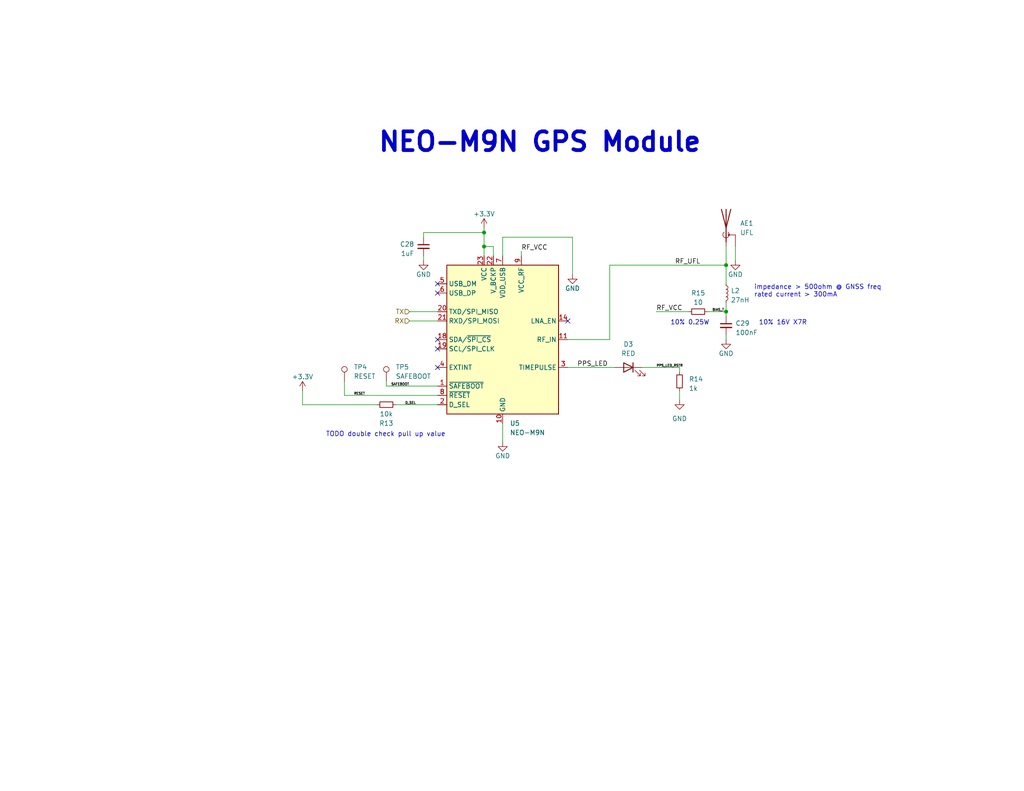
<source format=kicad_sch>
(kicad_sch (version 20230121) (generator eeschema)
  (paper "USLetter")
  (title_block (title "SDM-24 Data Logger") (date "2023-11-10") (rev "v1") (company "Sun Devil Motorsports") (comment 1 "GPS and antenna circuitry"))
  (lib_symbols
    (symbol "Connector:TestPoint" (pin_numbers hide) (pin_names (offset 0.762) hide)
      (property "Reference" "TP" (at 0 6.858 0))
      (property "Value" "TestPoint" (at 0 5.08 0))
      (symbol "TestPoint_0_1"
        (circle (center 0 3.302) (radius 0.762))
      )
      (symbol "TestPoint_1_1"
        (pin passive line (at 0 0 90) (length 2.54) (name "1") (number "1"))
      )
    )
    (symbol "Device:Antenna_Shield" (pin_numbers hide) (pin_names (offset 1.016) hide)
      (property "Reference" "AE" (at -1.905 4.445 0))
      (property "Value" "Antenna_Shield" (at -1.905 2.54 0))
      (symbol "Antenna_Shield_0_1"
        (arc (start -0.508 -1.143) (mid -0.8429 -2.1194) (end 0 -2.667))
        (arc (start 0 -2.667) (mid 0.7989 -2.1052) (end 0.508 -1.143))
        (polyline (pts (xy 0 -2.54) (xy 0 0)))
        (polyline (pts (xy 0 5.08) (xy 0 -3.81)) (stroke (width 0.254)))
        (polyline (pts (xy 0.762 -1.905) (xy 2.54 -1.905)))
        (polyline (pts (xy 2.54 -2.54) (xy 2.54 -1.905)))
        (polyline (pts (xy 1.27 5.08) (xy 0 0) (xy -1.27 5.08)) (stroke (width 0.254)))
        (circle (center 0.762 -1.905) (radius 0.1778) (fill (type outline)))
      )
      (symbol "Antenna_Shield_1_1"
        (pin input line (at 0 -5.08 90) (length 2.54) (name "A") (number "1"))
        (pin input line (at 2.54 -5.08 90) (length 2.54) (name "Shield") (number "2"))
      )
    )
    (symbol "Device:C_Small" (pin_numbers hide) (pin_names (offset 0.254) hide)
      (property "Reference" "C" (at 0.254 1.778 0))
      (property "Value" "C_Small" (at 0.254 -2.032 0))
      (symbol "C_Small_0_1"
        (polyline (pts (xy -1.524 -0.508) (xy 1.524 -0.508)) (stroke (width 0.3302)))
        (polyline (pts (xy -1.524 0.508) (xy 1.524 0.508)) (stroke (width 0.3048)))
      )
      (symbol "C_Small_1_1"
        (pin passive line (at 0 2.54 270) (length 2.032) (name "~") (number "1"))
        (pin passive line (at 0 -2.54 90) (length 2.032) (name "~") (number "2"))
      )
    )
    (symbol "Device:LED" (pin_numbers hide) (pin_names (offset 1.016) hide)
      (property "Reference" "D" (at 0 2.54 0))
      (property "Value" "LED" (at 0 -2.54 0))
      (symbol "LED_0_1"
        (polyline (pts (xy -1.27 -1.27) (xy -1.27 1.27)) (stroke (width 0.254)))
        (polyline (pts (xy -1.27 0) (xy 1.27 0)))
        (polyline (pts (xy 1.27 -1.27) (xy 1.27 1.27) (xy -1.27 0) (xy 1.27 -1.27)) (stroke (width 0.254)))
        (polyline (pts (xy -3.048 -0.762) (xy -4.572 -2.286) (xy -3.81 -2.286) (xy -4.572 -2.286) (xy -4.572 -1.524)))
        (polyline (pts (xy -1.778 -0.762) (xy -3.302 -2.286) (xy -2.54 -2.286) (xy -3.302 -2.286) (xy -3.302 -1.524)))
      )
      (symbol "LED_1_1"
        (pin passive line (at -3.81 0 0) (length 2.54) (name "K") (number "1"))
        (pin passive line (at 3.81 0 180) (length 2.54) (name "A") (number "2"))
      )
    )
    (symbol "Device:L_Small" (pin_numbers hide) (pin_names (offset 0.254) hide)
      (property "Reference" "L" (at 0.762 1.016 0))
      (property "Value" "L_Small" (at 0.762 -1.016 0))
      (symbol "L_Small_0_1"
        (arc (start 0 -2.032) (mid 0.5058 -1.524) (end 0 -1.016))
        (arc (start 0 -1.016) (mid 0.5058 -0.508) (end 0 0))
        (arc (start 0 0) (mid 0.5058 0.508) (end 0 1.016))
        (arc (start 0 1.016) (mid 0.5058 1.524) (end 0 2.032))
      )
      (symbol "L_Small_1_1"
        (pin passive line (at 0 2.54 270) (length 0.508) (name "~") (number "1"))
        (pin passive line (at 0 -2.54 90) (length 0.508) (name "~") (number "2"))
      )
    )
    (symbol "Device:R_Small" (pin_numbers hide) (pin_names (offset 0.254) hide)
      (property "Reference" "R" (at 0.762 0.508 0))
      (property "Value" "R_Small" (at 0.762 -1.016 0))
      (symbol "R_Small_0_1"
        (rectangle (start -0.762 1.778) (end 0.762 -1.778) (stroke (width 0.2032)))
      )
      (symbol "R_Small_1_1"
        (pin passive line (at 0 2.54 270) (length 0.762) (name "~") (number "1"))
        (pin passive line (at 0 -2.54 90) (length 0.762) (name "~") (number "2"))
      )
    )
    (symbol "RF_GPS:NEO-M9N"
      (property "Reference" "U" (at -13.97 21.59 0))
      (property "Value" "NEO-M9N" (at 11.43 21.59 0))
      (symbol "NEO-M9N_0_1"
        (rectangle (start -15.24 20.32) (end 15.24 -20.32) (stroke (width 0.254)) (fill (type background)))
      )
      (symbol "NEO-M9N_1_1"
        (pin input line (at -17.78 -12.7 0) (length 2.54) (name "~{SAFEBOOT}") (number "1"))
        (pin power_in line (at 0 -22.86 90) (length 2.54) (name "GND") (number "10"))
        (pin input line (at 17.78 0 180) (length 2.54) (name "RF_IN") (number "11"))
        (pin passive line (at 0 -22.86 90) (length 2.54) hide (name "GND") (number "12"))
        (pin passive line (at 0 -22.86 90) (length 2.54) hide (name "GND") (number "13"))
        (pin output line (at 17.78 5.08 180) (length 2.54) (name "LNA_EN") (number "14"))
        (pin no_connect line (at 15.24 -10.16 180) (length 2.54) hide (name "RESERVED") (number "15"))
        (pin no_connect line (at 15.24 -12.7 180) (length 2.54) hide (name "RESERVED") (number "16"))
        (pin no_connect line (at 15.24 -15.24 180) (length 2.54) hide (name "RESERVED") (number "17"))
        (pin bidirectional line (at -17.78 0 0) (length 2.54) (name "SDA/~{SPI_CS}") (number "18"))
        (pin input line (at -17.78 -2.54 0) (length 2.54) (name "SCL/SPI_CLK") (number "19"))
        (pin input line (at -17.78 -17.78 0) (length 2.54) (name "D_SEL") (number "2"))
        (pin output line (at -17.78 7.62 0) (length 2.54) (name "TXD/SPI_MISO") (number "20"))
        (pin input line (at -17.78 5.08 0) (length 2.54) (name "RXD/SPI_MOSI") (number "21"))
        (pin power_in line (at -2.54 22.86 270) (length 2.54) (name "V_BCKP") (number "22"))
        (pin power_in line (at -5.08 22.86 270) (length 2.54) (name "VCC") (number "23"))
        (pin passive line (at 0 -22.86 90) (length 2.54) hide (name "GND") (number "24"))
        (pin output line (at 17.78 -7.62 180) (length 2.54) (name "TIMEPULSE") (number "3"))
        (pin input line (at -17.78 -7.62 0) (length 2.54) (name "EXTINT") (number "4"))
        (pin bidirectional line (at -17.78 15.24 0) (length 2.54) (name "USB_DM") (number "5"))
        (pin bidirectional line (at -17.78 12.7 0) (length 2.54) (name "USB_DP") (number "6"))
        (pin power_in line (at 0 22.86 270) (length 2.54) (name "VDD_USB") (number "7"))
        (pin input line (at -17.78 -15.24 0) (length 2.54) (name "~{RESET}") (number "8"))
        (pin power_out line (at 5.08 22.86 270) (length 2.54) (name "VCC_RF") (number "9"))
      )
    )
    (symbol "power:+3.3V" (power) (pin_names (offset 0))
      (property "Value" "+3.3V" (at 0 3.556 0))
      (symbol "+3.3V_0_1"
        (polyline (pts (xy -0.762 1.27) (xy 0 2.54)))
        (polyline (pts (xy 0 0) (xy 0 2.54)))
        (polyline (pts (xy 0 2.54) (xy 0.762 1.27)))
      )
      (symbol "+3.3V_1_1"
        (pin power_in line (at 0 0 90) (length 0) hide (name "+3.3V") (number "1"))
      )
    )
    (symbol "power:GND" (power) (pin_names (offset 0))
      (property "Value" "GND" (at 0 -3.81 0))
      (symbol "GND_0_1"
        (polyline (pts (xy 0 0) (xy 0 -1.27) (xy 1.27 -1.27) (xy 0 -2.54) (xy -1.27 -1.27) (xy 0 -1.27)))
      )
      (symbol "GND_1_1"
        (pin power_in line (at 0 0 270) (length 0) hide (name "GND") (number "1"))
      )
    )
  )
  (junction (at 132.08 67.31))
  (junction (at 198.12 72.39))
  (junction (at 132.08 63.5))
  (junction (at 198.12 85.09))
  (no_connect (at 119.38 80.01))
  (no_connect (at 119.38 100.33))
  (no_connect (at 119.38 92.71))
  (no_connect (at 154.94 87.63))
  (no_connect (at 119.38 95.25))
  (no_connect (at 119.38 77.47))
  (wire (pts (xy 193.04 85.09) (xy 198.12 85.09)))
  (wire (pts (xy 179.07 85.09) (xy 187.96 85.09)))
  (wire (pts (xy 185.42 106.68) (xy 185.42 109.22)))
  (wire (pts (xy 198.12 82.55) (xy 198.12 85.09)))
  (wire (pts (xy 156.21 64.77) (xy 156.21 74.93)))
  (wire (pts (xy 93.98 104.14) (xy 93.98 107.95)))
  (wire (pts (xy 137.16 64.77) (xy 156.21 64.77)))
  (wire (pts (xy 115.57 69.85) (xy 115.57 71.12)))
  (wire (pts (xy 105.41 105.41) (xy 105.41 104.14)))
  (wire (pts (xy 185.42 100.33) (xy 185.42 101.6)))
  (wire (pts (xy 119.38 105.41) (xy 105.41 105.41)))
  (wire (pts (xy 198.12 91.44) (xy 198.12 92.71)))
  (wire (pts (xy 198.12 72.39) (xy 198.12 77.47)))
  (wire (pts (xy 200.66 67.31) (xy 200.66 71.12)))
  (wire (pts (xy 137.16 69.85) (xy 137.16 64.77)))
  (wire (pts (xy 132.08 62.23) (xy 132.08 63.5)))
  (wire (pts (xy 142.24 68.58) (xy 142.24 69.85)))
  (wire (pts (xy 115.57 64.77) (xy 115.57 63.5)))
  (wire (pts (xy 198.12 67.31) (xy 198.12 72.39)))
  (wire (pts (xy 175.26 100.33) (xy 185.42 100.33)))
  (wire (pts (xy 166.37 72.39) (xy 198.12 72.39)))
  (wire (pts (xy 132.08 67.31) (xy 132.08 69.85)))
  (wire (pts (xy 134.62 69.85) (xy 134.62 67.31)))
  (wire (pts (xy 134.62 67.31) (xy 132.08 67.31)))
  (wire (pts (xy 154.94 100.33) (xy 167.64 100.33)))
  (wire (pts (xy 137.16 115.57) (xy 137.16 120.65)))
  (wire (pts (xy 166.37 92.71) (xy 166.37 72.39)))
  (wire (pts (xy 82.55 110.49) (xy 102.87 110.49)))
  (wire (pts (xy 111.76 87.63) (xy 119.38 87.63)))
  (wire (pts (xy 154.94 92.71) (xy 166.37 92.71)))
  (wire (pts (xy 93.98 107.95) (xy 119.38 107.95)))
  (wire (pts (xy 111.76 85.09) (xy 119.38 85.09)))
  (wire (pts (xy 107.95 110.49) (xy 119.38 110.49)))
  (wire (pts (xy 115.57 63.5) (xy 132.08 63.5)))
  (wire (pts (xy 198.12 85.09) (xy 198.12 86.36)))
  (wire (pts (xy 132.08 63.5) (xy 132.08 67.31)))
  (wire (pts (xy 82.55 110.49) (xy 82.55 106.68)))
  (text "NEO-M9N GPS Module" (at 102.87 41.91 0) (effects (font (size 5.12 5.12) bold) (justify left bottom)))
  (text "impedance > 500ohm @ GNSS freq\nrated current > 300mA" (at 205.74 81.28 0) (effects (font (size 1.27 1.27)) (justify left bottom)))
  (text "10% 0.25W" (at 182.88 88.9 0) (effects (font (size 1.27 1.27)) (justify left bottom)))
  (text "10% 16V X7R" (at 207.01 88.9 0) (effects (font (size 1.27 1.27)) (justify left bottom)))
  (text "TODO double check pull up value" (at 88.9 119.38 0) (effects (font (size 1.27 1.27)) (justify left bottom)))
  (label "RF_VCC" (at 142.24 68.58 0))
  (label "PPS_LED_RSTR" (at 179.07 100.33 0) (effects (font (size 0.65 0.65))))
  (label "D_SEL" (at 110.49 110.49 0) (effects (font (size 0.64 0.64))))
  (label "BIAS_T" (at 194.31 85.09 0) (effects (font (size 0.65 0.65))))
  (label "RF_VCC" (at 179.07 85.09 0))
  (label "SAFEBOOT" (at 106.68 105.41 0) (effects (font (size 0.65 0.65))))
  (label "RF_UFL" (at 184.15 72.39 0))
  (label "PPS_LED" (at 157.48 100.33 0))
  (label "RESET" (at 96.52 107.95 0) (effects (font (size 0.65 0.65))))
  (hierarchical_label "TX" (shape input) (at 111.76 85.09 180))
  (hierarchical_label "RX" (shape input) (at 111.76 87.63 180))
  (symbol (lib_id "Connector:TestPoint") (at 93.98 104.14 0) (unit 1)
    (property "Reference" "TP4" (at 96.52 100.203 0) (effects (justify left)))
    (property "Value" "RESET" (at 96.52 102.743 0) (effects (justify left)))
    (property "Footprint" "TestPoint:TestPoint_Pad_1.0x1.0mm" (effects hide))
  )
  (symbol (lib_id "Device:C_Small") (at 198.12 88.9 0) (unit 1)
    (property "Reference" "C29" (at 200.66 88.2713 0) (effects (justify left)))
    (property "Value" "100nF" (at 200.66 90.8113 0) (effects (justify left)))
    (property "Footprint" "Capacitor_SMD:C_0402_1005Metric" (effects hide))
  )
  (symbol (lib_id "Device:L_Small") (at 198.12 80.01 0) (unit 1)
    (property "Reference" "L2" (at 199.39 79.375 0) (effects (justify left)))
    (property "Value" "27nH" (at 199.39 81.915 0) (effects (justify left)))
    (property "Footprint" "Inductor_SMD:L_0402_1005Metric" (effects hide))
  )
  (symbol (lib_id "Device:R_Small") (at 105.41 110.49 90) (mirror x) (unit 1)
    (property "Reference" "R13" (at 105.41 115.57 90))
    (property "Value" "10k" (at 105.41 113.03 90))
    (property "Footprint" "Resistor_SMD:R_0603_1608Metric" (effects hide))
  )
  (symbol (lib_id "Device:C_Small") (at 115.57 67.31 0) (mirror y) (unit 1)
    (property "Reference" "C28" (at 113.03 66.6813 0) (effects (justify left)))
    (property "Value" "1uF" (at 113.03 69.2213 0) (effects (justify left)))
    (property "Footprint" "Capacitor_SMD:C_0603_1608Metric" (effects hide))
  )
  (symbol (lib_id "power:GND") (at 185.42 109.22 0) (unit 1)
    (property "Reference" "#PWR031" (effects hide))
    (property "Value" "GND" (at 185.42 114.3 0))
  )
  (symbol (lib_id "power:+3.3V") (at 82.55 106.68 0) (unit 1)
    (property "Reference" "#PWR026" (effects hide))
    (property "Value" "+3.3V" (at 82.55 102.87 0))
  )
  (symbol (lib_id "Device:R_Small") (at 190.5 85.09 90) (unit 1)
    (property "Reference" "R15" (at 190.5 80.01 90))
    (property "Value" "10" (at 190.5 82.55 90))
    (property "Footprint" "Resistor_SMD:R_0402_1005Metric" (effects hide))
  )
  (symbol (lib_id "power:GND") (at 200.66 71.12 0) (unit 1)
    (property "Reference" "#PWR033" (effects hide))
    (property "Value" "GND" (at 200.66 74.93 0))
  )
  (symbol (lib_id "Device:R_Small") (at 185.42 104.14 0) (unit 1)
    (property "Reference" "R14" (at 187.96 103.505 0) (effects (justify left)))
    (property "Value" "1k" (at 187.96 106.045 0) (effects (justify left)))
    (property "Footprint" "Resistor_SMD:R_0603_1608Metric" (effects hide))
  )
  (symbol (lib_id "power:+3.3V") (at 132.08 62.23 0) (unit 1)
    (property "Reference" "#PWR028" (effects hide))
    (property "Value" "+3.3V" (at 132.08 58.42 0))
  )
  (symbol (lib_id "Connector:TestPoint") (at 105.41 104.14 0) (unit 1)
    (property "Reference" "TP5" (at 107.95 100.203 0) (effects (justify left)))
    (property "Value" "SAFEBOOT" (at 107.95 102.743 0) (effects (justify left)))
    (property "Footprint" "TestPoint:TestPoint_Pad_1.0x1.0mm" (effects hide))
  )
  (symbol (lib_id "Device:LED") (at 171.45 100.33 0) (mirror y) (unit 1)
    (property "Reference" "D3" (at 171.45 93.98 0))
    (property "Value" "RED" (at 171.45 96.52 0))
    (property "Footprint" "Library:SSF-LXH100LID" (effects hide))
  )
  (symbol (lib_id "power:GND") (at 137.16 120.65 0) (unit 1)
    (property "Reference" "#PWR029" (effects hide))
    (property "Value" "GND" (at 137.16 124.46 0))
  )
  (symbol (lib_id "RF_GPS:NEO-M9N") (at 137.16 92.71 0) (unit 1)
    (property "Reference" "U5" (at 139.1159 115.57 0) (effects (justify left)))
    (property "Value" "NEO-M9N" (at 139.1159 118.11 0) (effects (justify left)))
    (property "Footprint" "RF_GPS:ublox_NEO" (effects hide))
    (property "Datasheet" "https://www.u-blox.com/sites/default/files/NEO-M9N-00B_DataSheet_UBX-19014285.pdf" (effects hide))
  )
  (symbol (lib_id "power:GND") (at 115.57 71.12 0) (unit 1)
    (property "Reference" "#PWR027" (effects hide))
    (property "Value" "GND" (at 115.57 74.93 0))
  )
  (symbol (lib_id "power:GND") (at 156.21 74.93 0) (unit 1)
    (property "Reference" "#PWR030" (effects hide))
    (property "Value" "GND" (at 156.21 78.74 0))
  )
  (symbol (lib_id "power:GND") (at 198.12 92.71 0) (unit 1)
    (property "Reference" "#PWR032" (effects hide))
    (property "Value" "GND" (at 198.12 96.52 0))
  )
  (symbol (lib_id "Device:Antenna_Shield") (at 198.12 62.23 0) (unit 1)
    (property "Reference" "AE1" (at 201.93 60.96 0) (effects (justify left)))
    (property "Value" "UFL" (at 201.93 63.5 0) (effects (justify left)))
    (property "Footprint" "Connector_Coaxial:U.FL_Molex_MCRF_73412-0110_Vertical" (effects hide))
  )
)
</source>
